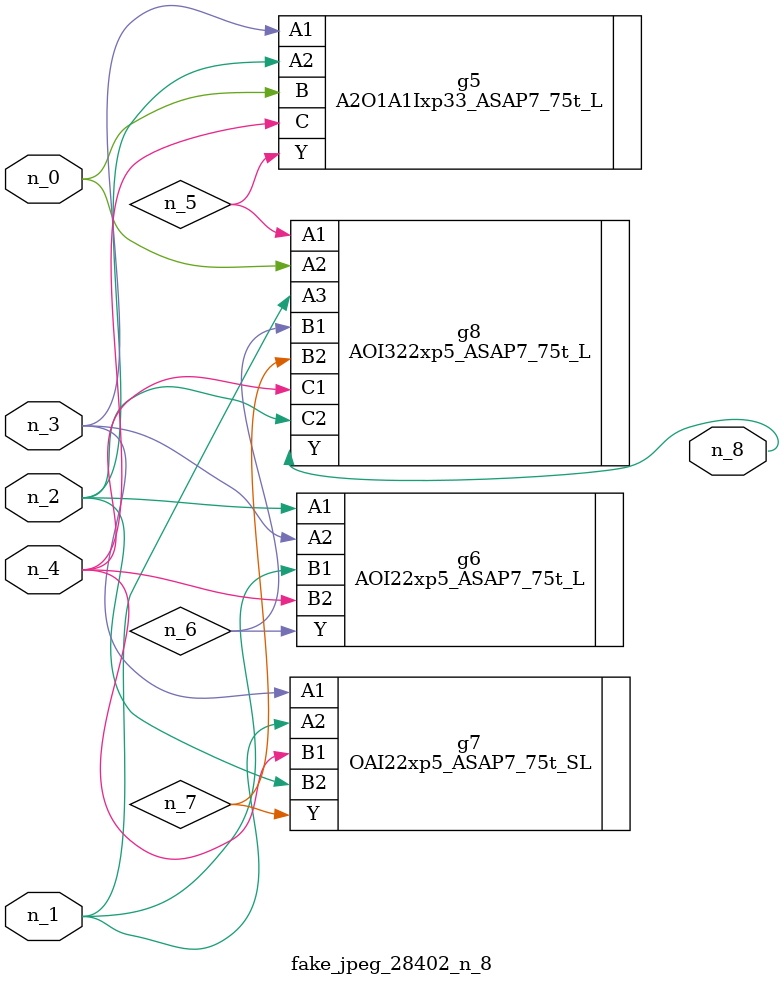
<source format=v>
module fake_jpeg_28402_n_8 (n_3, n_2, n_1, n_0, n_4, n_8);

input n_3;
input n_2;
input n_1;
input n_0;
input n_4;

output n_8;

wire n_6;
wire n_5;
wire n_7;

A2O1A1Ixp33_ASAP7_75t_L g5 ( 
.A1(n_3),
.A2(n_2),
.B(n_0),
.C(n_4),
.Y(n_5)
);

AOI22xp5_ASAP7_75t_L g6 ( 
.A1(n_2),
.A2(n_3),
.B1(n_1),
.B2(n_4),
.Y(n_6)
);

OAI22xp5_ASAP7_75t_SL g7 ( 
.A1(n_3),
.A2(n_1),
.B1(n_4),
.B2(n_2),
.Y(n_7)
);

AOI322xp5_ASAP7_75t_L g8 ( 
.A1(n_5),
.A2(n_0),
.A3(n_1),
.B1(n_6),
.B2(n_7),
.C1(n_4),
.C2(n_2),
.Y(n_8)
);


endmodule
</source>
